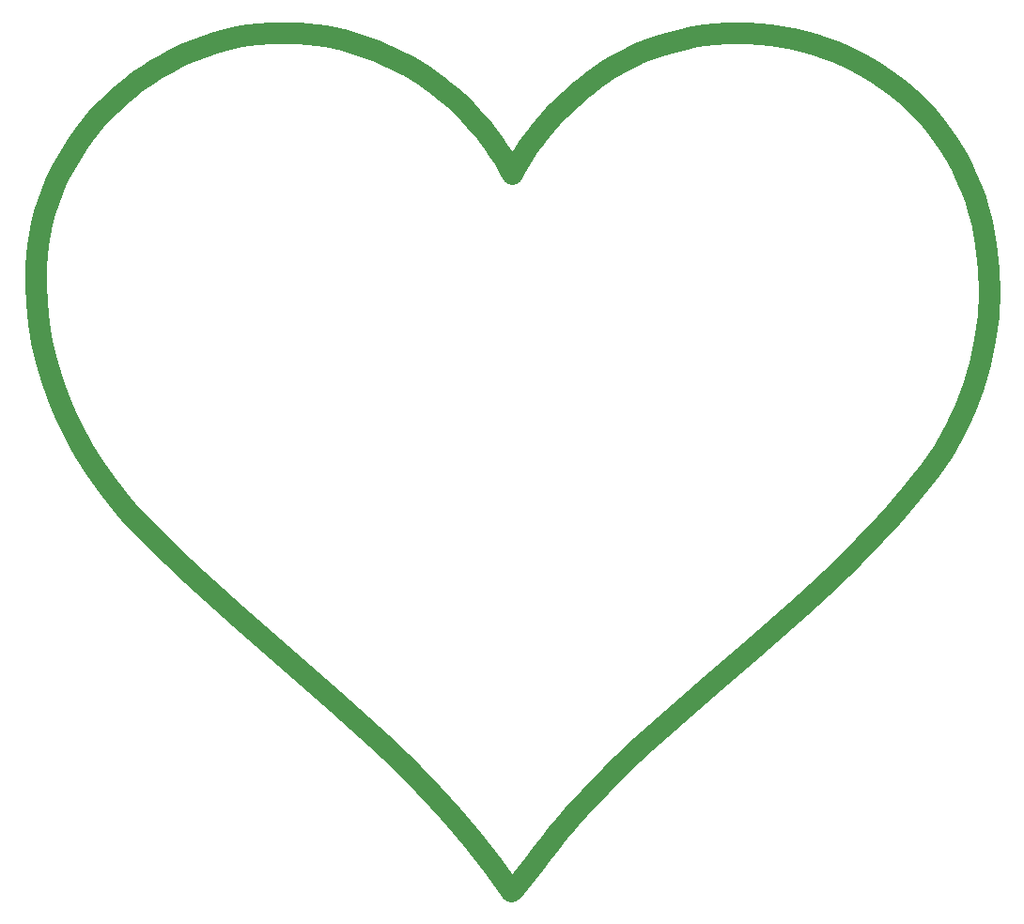
<source format=gm1>
%TF.GenerationSoftware,KiCad,Pcbnew,(7.0.0)*%
%TF.CreationDate,2023-05-16T07:50:31+02:00*%
%TF.ProjectId,MamaGeburtstag2023,4d616d61-4765-4627-9572-747374616732,rev?*%
%TF.SameCoordinates,Original*%
%TF.FileFunction,Profile,NP*%
%FSLAX46Y46*%
G04 Gerber Fmt 4.6, Leading zero omitted, Abs format (unit mm)*
G04 Created by KiCad (PCBNEW (7.0.0)) date 2023-05-16 07:50:31*
%MOMM*%
%LPD*%
G01*
G04 APERTURE LIST*
%TA.AperFunction,Profile*%
%ADD10C,1.984374*%
%TD*%
G04 APERTURE END LIST*
D10*
X165349999Y-143728305D02*
X169593798Y-140077835D01*
X189651741Y-100782500D02*
X189330675Y-99762892D01*
X187531400Y-120621156D02*
X188443275Y-118680309D01*
X178644719Y-87387258D02*
X177732813Y-86948718D01*
X110909663Y-91770528D02*
X110240507Y-92491093D01*
X188963128Y-98758718D02*
X188548640Y-97771832D01*
X153170667Y-155245765D02*
X155082200Y-153207310D01*
X116356624Y-87592108D02*
X115506343Y-88088433D01*
X119947986Y-85983261D02*
X119024350Y-86326760D01*
X128386995Y-84836055D02*
X127572763Y-84798029D01*
X138974793Y-88241388D02*
X138288280Y-87834979D01*
X169935679Y-84923305D02*
X168926819Y-84859985D01*
X107392475Y-96484660D02*
X106932010Y-97353665D01*
X155534764Y-88644604D02*
X154928231Y-89083814D01*
X145818907Y-159813756D02*
X147524158Y-162202611D01*
X140164668Y-153151585D02*
X142128880Y-155297883D01*
X145464100Y-94102516D02*
X144966444Y-93473207D01*
X125755006Y-84822794D02*
X124762448Y-84903388D01*
X136151475Y-86756694D02*
X135415597Y-86445858D01*
X122947580Y-137388051D02*
X131753108Y-145085718D01*
X149558642Y-159755378D02*
X150264313Y-158839480D01*
X181251161Y-88942843D02*
X180405794Y-88384620D01*
X147524158Y-162202611D02*
X147853169Y-161841641D01*
X188548640Y-97771832D02*
X188086753Y-96804087D01*
X190156267Y-102860597D02*
X189926786Y-101815686D01*
X133912288Y-85899981D02*
X133146145Y-85665907D01*
X143353728Y-91694281D02*
X142778385Y-91139252D01*
X130797485Y-85124950D02*
X130000000Y-85000000D01*
X150554837Y-93166687D02*
X150078606Y-93744472D01*
X169593798Y-140077835D02*
X173790525Y-136384757D01*
X110970260Y-125422600D02*
X112050804Y-126818725D01*
X190247061Y-112486450D02*
X190525462Y-110347506D01*
X189202293Y-116667686D02*
X189804780Y-114598122D01*
X148865379Y-160635465D02*
X149558642Y-159755378D01*
X140305325Y-89121771D02*
X139647356Y-88670480D01*
X143910614Y-92268606D02*
X143353728Y-91694281D01*
X151048368Y-92603307D02*
X150554837Y-93166687D01*
X150078606Y-93744472D02*
X149620381Y-94336414D01*
X173790525Y-136384757D02*
X175845159Y-134496562D01*
X113197540Y-128159651D02*
X114406190Y-129441627D01*
X136049266Y-149034066D02*
X138134703Y-151066859D01*
X165900240Y-84930356D02*
X164897719Y-85041588D01*
X122802887Y-85203324D02*
X121838624Y-85420420D01*
X109960188Y-123975026D02*
X110970260Y-125422600D01*
X136875977Y-87092148D02*
X136151475Y-86756694D01*
X151558495Y-92054579D02*
X151048368Y-92603307D01*
X142128880Y-155297883D02*
X144017054Y-157515393D01*
X110240507Y-92491093D02*
X109602707Y-93239204D01*
X104676792Y-107494894D02*
X104746802Y-109250636D01*
X131753108Y-145085718D02*
X136049266Y-149034066D01*
X183528762Y-126426418D02*
X185263774Y-124228185D01*
X180405794Y-88384620D02*
X179536346Y-87865992D01*
X112336563Y-90416522D02*
X111608805Y-91078630D01*
X138134703Y-151066859D02*
X140164668Y-153151585D01*
X105222329Y-112716558D02*
X105619287Y-114419237D01*
X144448401Y-92861743D02*
X143910614Y-92268606D01*
X176802530Y-86550670D02*
X175855771Y-86193416D01*
X155082200Y-153207310D02*
X157054983Y-151230101D01*
X105048316Y-102965479D02*
X104893671Y-103956605D01*
X108426657Y-94813574D02*
X107891148Y-95637589D01*
X160018200Y-86269541D02*
X159082221Y-86651586D01*
X151704796Y-156985850D02*
X152435568Y-156090915D01*
X185050244Y-92317392D02*
X184353798Y-91565690D01*
X150264313Y-158839480D02*
X150980371Y-157909171D01*
X148186544Y-161458343D02*
X148865379Y-160635465D01*
X187577006Y-95857339D02*
X187018941Y-94933441D01*
X164897719Y-85041588D02*
X163901535Y-85197207D01*
X129196289Y-84903540D02*
X128386995Y-84836055D01*
X147853169Y-161841641D02*
X148186544Y-161458343D01*
X183623766Y-90852084D02*
X182862048Y-90176874D01*
X177732813Y-86948718D02*
X176802530Y-86550670D01*
X107395593Y-119361128D02*
X108168576Y-120940539D01*
X108168576Y-120940539D02*
X109024867Y-122479756D01*
X185263774Y-124228185D02*
X186470341Y-122475393D01*
X150980371Y-157909171D02*
X151704796Y-156985850D01*
X166907198Y-84863211D02*
X165900240Y-84930356D01*
X146828307Y-96092666D02*
X146395675Y-95412729D01*
X163901535Y-85197207D02*
X162913590Y-85397512D01*
X189926786Y-101815686D02*
X189651741Y-100782500D01*
X185756020Y-93161613D02*
X185050244Y-92317392D01*
X127572763Y-84798029D02*
X126754235Y-84789945D01*
X142778385Y-91139252D02*
X142185229Y-90604002D01*
X188086753Y-96804087D02*
X187577006Y-95857339D01*
X106131184Y-99152991D02*
X105793564Y-100081067D01*
X135415597Y-86445858D02*
X134668987Y-86160126D01*
X152802703Y-155660779D02*
X153170667Y-155245765D01*
X179814809Y-130585506D02*
X181708963Y-128542101D01*
X152084510Y-91520752D02*
X151558495Y-92054579D01*
X106511123Y-98243483D02*
X106131184Y-99152991D01*
X106710198Y-117745273D02*
X107395593Y-119361128D01*
X147981653Y-96840779D02*
X147624042Y-97499779D01*
X190575928Y-106047136D02*
X190340645Y-103915379D01*
X144966444Y-93473207D02*
X144448401Y-92861743D01*
X115506343Y-88088433D02*
X114677826Y-88620159D01*
X147237977Y-96788510D02*
X146828307Y-96092666D01*
X124762448Y-84903388D02*
X123777952Y-85030606D01*
X118602736Y-133484494D02*
X122947580Y-137388051D01*
X182070546Y-89540361D02*
X181251161Y-88942843D01*
X120886534Y-85680774D02*
X119947986Y-85983261D01*
X104724322Y-105728966D02*
X104676792Y-107494894D01*
X132371201Y-85458388D02*
X131588100Y-85277908D01*
X142185229Y-90604002D02*
X141574905Y-90089016D01*
X161935785Y-85642803D02*
X160970021Y-85933379D01*
X147624042Y-97499779D02*
X147237977Y-96788510D01*
X105619287Y-114419237D02*
X106116670Y-116096726D01*
X112050804Y-126818725D02*
X113197540Y-128159651D01*
X186470341Y-122475393D02*
X187531400Y-120621156D01*
X131588100Y-85277908D02*
X130797485Y-85124950D01*
X149180868Y-94942263D02*
X148760771Y-95561773D01*
X172935647Y-85369402D02*
X171941994Y-85178313D01*
X153750836Y-90011157D02*
X153181387Y-90498792D01*
X148760771Y-95561773D02*
X148360798Y-96194694D01*
X105499632Y-101026588D02*
X105250759Y-101988433D01*
X184353798Y-91565690D02*
X183623766Y-90852084D01*
X118116998Y-86710149D02*
X117227299Y-87132306D01*
X134668987Y-86160126D02*
X133912288Y-85899981D01*
X161142577Y-147418337D02*
X165349999Y-143728305D01*
X106932010Y-97353665D02*
X106511123Y-98243483D01*
X146395675Y-95412729D02*
X145940725Y-94749185D01*
X189330675Y-99762892D02*
X188963128Y-98758718D01*
X119024350Y-86326760D02*
X118116998Y-86710149D01*
X113091565Y-89785326D02*
X112336563Y-90416522D01*
X153181387Y-90498792D02*
X152625709Y-91002073D01*
X157265399Y-87554529D02*
X156388358Y-88076025D01*
X140948056Y-89594778D02*
X140305325Y-89121771D01*
X154333353Y-89539415D02*
X153750836Y-90011157D01*
X189804780Y-114598122D02*
X190247061Y-112486450D01*
X188443275Y-118680309D02*
X189202293Y-116667686D01*
X167916691Y-84839854D02*
X166907198Y-84863211D01*
X137588460Y-87451738D02*
X136875977Y-87092148D01*
X121838624Y-85420420D02*
X120886534Y-85680774D01*
X105793564Y-100081067D02*
X105499632Y-101026588D01*
X186412099Y-94034248D02*
X185756020Y-93161613D01*
X179536346Y-87865992D02*
X178644719Y-87387258D01*
X182862048Y-90176874D02*
X182070546Y-89540361D01*
X152625709Y-91002073D02*
X152084510Y-91520752D01*
X109024867Y-122479756D02*
X109960188Y-123975026D01*
X159082221Y-86651586D02*
X158163987Y-87079816D01*
X170941371Y-85029514D02*
X169935679Y-84923305D01*
X109602707Y-93239204D02*
X108997634Y-94013739D01*
X168926819Y-84859985D02*
X167916691Y-84839854D01*
X138288280Y-87834979D02*
X137588460Y-87451738D01*
X105250759Y-101988433D02*
X105048316Y-102965479D01*
X116480785Y-131485294D02*
X118602736Y-133484494D01*
X117227299Y-87132306D02*
X116356624Y-87592108D01*
X114406190Y-129441627D02*
X116480785Y-131485294D01*
X181708963Y-128542101D02*
X183528762Y-126426418D01*
X149620381Y-94336414D02*
X149180868Y-94942263D01*
X106116670Y-116096726D02*
X106710198Y-117745273D01*
X126754255Y-84789945D02*
X125755006Y-84822794D01*
X157054983Y-151230101D02*
X159078586Y-149303867D01*
X158163987Y-87079816D02*
X157265399Y-87554529D01*
X114677826Y-88620159D02*
X113872443Y-89186164D01*
X133146145Y-85665907D02*
X132371201Y-85458388D01*
X107891148Y-95637589D02*
X107392475Y-96484660D01*
X141574905Y-90089016D02*
X140948056Y-89594778D01*
X144017054Y-157515393D02*
X145818907Y-159813756D01*
X173920428Y-85602482D02*
X172935647Y-85369402D01*
X177856730Y-132566902D02*
X179814809Y-130585506D01*
X154928231Y-89083814D02*
X154333353Y-89539415D01*
X113872443Y-89186164D02*
X113091565Y-89785326D01*
X159078586Y-149303867D02*
X161142577Y-147418337D01*
X104893671Y-103956605D02*
X104724322Y-105728966D01*
X152435568Y-156090915D02*
X152802703Y-155660779D01*
X130000000Y-85000000D02*
X129196289Y-84903540D01*
X145940725Y-94749185D02*
X145464100Y-94102516D01*
X190340645Y-103915379D02*
X190156267Y-102860597D01*
X104930075Y-110992441D02*
X105222329Y-112716558D01*
X175845159Y-134496562D02*
X177856730Y-132566902D01*
X190636309Y-108196123D02*
X190575928Y-106047136D01*
X111608805Y-91078630D02*
X110909663Y-91770528D01*
X160970021Y-85933379D02*
X160018200Y-86269541D01*
X123777952Y-85030606D02*
X122802887Y-85203324D01*
X148360798Y-96194694D02*
X147981653Y-96840779D01*
X187018941Y-94933441D02*
X186412099Y-94034248D01*
X190525462Y-110347506D02*
X190636309Y-108196123D01*
X175855771Y-86193416D02*
X174894436Y-85877253D01*
X104746802Y-109250636D02*
X104930075Y-110992441D01*
X139647356Y-88670480D02*
X138974793Y-88241388D01*
X162913590Y-85397512D02*
X161935785Y-85642803D01*
X174894436Y-85877253D02*
X173920428Y-85602482D01*
X171941994Y-85178313D02*
X170941371Y-85029514D01*
X156388358Y-88076025D02*
X155534764Y-88644604D01*
X108997634Y-94013739D02*
X108426657Y-94813574D01*
M02*

</source>
